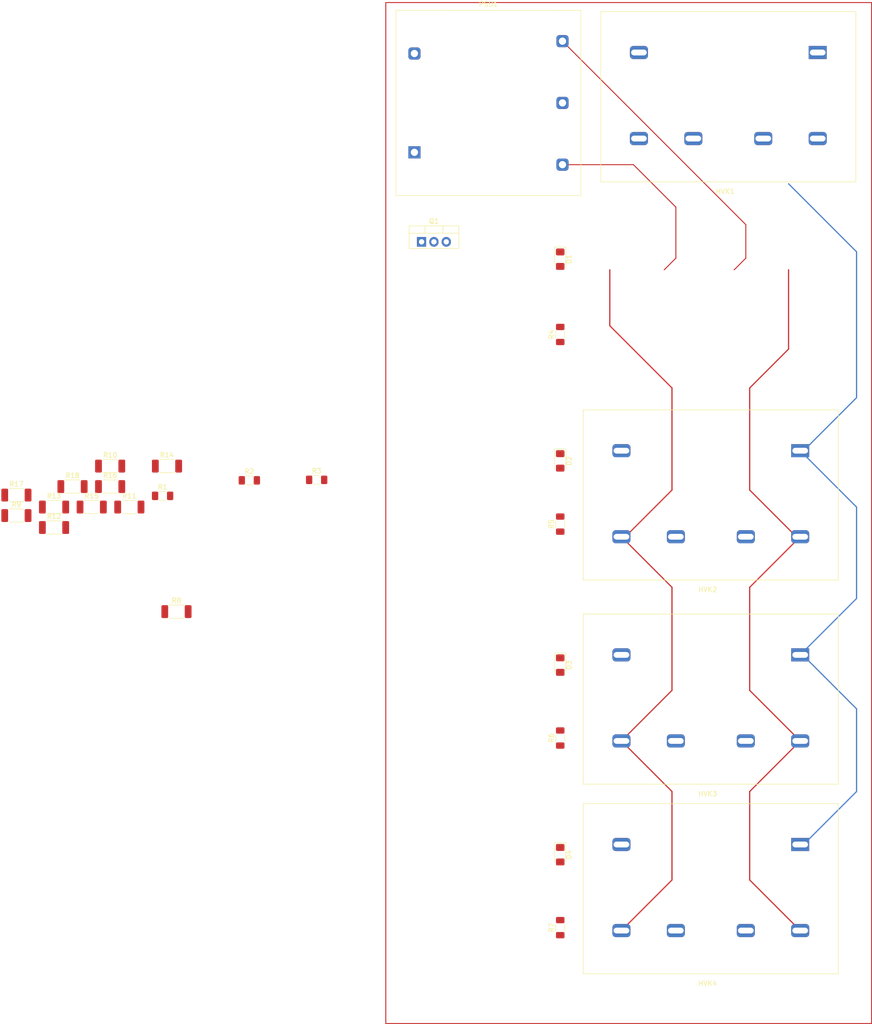
<source format=kicad_pcb>
(kicad_pcb (version 20211014) (generator pcbnew)
  (layers (0 "F.Cu" signal) (31 "B.Cu" signal) (34 "B.Paste" user) (35 "F.Paste" user) (36 "B.SilkS" user "B.Silkscreen") (37 "F.SilkS" user "F.Silkscreen") (38 "B.Mask" user) (39 "F.Mask" user) (44 "Edge.Cuts" user))
  (net 0 "")
  (net 1 "/HVK1")
  (net 2 "Net-(D1-Pad2)")
  (net 3 "/HVK2")
  (net 4 "Net-(D2-Pad2)")
  (net 5 "/HVK3")
  (net 6 "Net-(D3-Pad2)")
  (net 7 "/HVK4")
  (net 8 "Net-(D4-Pad2)")
  (net 9 "+12V")
  (net 10 "/HV ISOMON -VE")
  (net 11 "/HV PSU OP-")
  (net 12 "/HV PSU OP+")
  (net 13 "/HV ISOMON +VE")
  (net 14 "Net-(HVK2-Pad4)")
  (net 15 "Net-(HVK2-Pad6)")
  (net 16 "Net-(HVK3-Pad4)")
  (net 17 "Net-(HVK3-Pad6)")
  (net 18 "Net-(HVK4-Pad4)")
  (net 19 "Net-(HVK4-Pad6)")
  (net 20 "/HV PSU +Ve")
  (net 21 "GND")
  (net 22 "Net-(Q1-Pad1)")
  (net 23 "Net-(R1-Pad1)")
  (net 24 "/HV PSU")
  (net 25 "Net-(R8-Pad2)")
  (net 26 "Net-(R10-Pad1)")
  (net 27 "Net-(R10-Pad2)")
  (net 28 "Net-(R11-Pad2)")
  (net 29 "Net-(R12-Pad2)")
  (net 30 "Net-(R14-Pad2)")
  (net 31 "Net-(R15-Pad2)")
  (net 32 "Net-(R16-Pad2)")
  (net 33 "Net-(R17-Pad2)")
  (footprint "Resistor_SMD:R_1206_3216Metric_Pad1.30x1.75mm_HandSolder" (layer "F.Cu") (at 259 134 90)
    (fp_text reference "R5" (at 0 -1.82 90) (layer "F.SilkS"))
    (fp_text value "1k2")
    (fp_line (start -0.727064 -0.91) (end 0.727064 -0.91) (layer "F.SilkS") (width 0.12))
    (fp_line (start -0.727064 0.91) (end 0.727064 0.91) (layer "F.SilkS") (width 0.12))
    (pad "1" smd roundrect (at -1.55 0 90) (size 1.3 1.75) (layers "F.Cu" "F.Paste" "F.Mask") (roundrect_rratio 0.192308) (net 9 "+12V"))
    (pad "2" smd roundrect (at 1.55 0 90) (size 1.3 1.75) (layers "F.Cu" "F.Paste" "F.Mask") (roundrect_rratio 0.192308) (net 4 "Net-(D2-Pad2)"))
  )
  (footprint "Resistor_SMD:R_2010_5025Metric_Pad1.40x2.65mm_HandSolder" (layer "F.Cu") (at 158.6 126.28)
    (fp_text reference "R18" (at 0 -2.28) (layer "F.SilkS"))
    (fp_text value "1M")
    (fp_line (start -1.527064 1.36) (end 1.527064 1.36) (layer "F.SilkS") (width 0.12))
    (fp_line (start -1.527064 -1.36) (end 1.527064 -1.36) (layer "F.SilkS") (width 0.12))
    (pad "1" smd roundrect (at -2.4 0) (size 1.4 2.65) (layers "F.Cu" "F.Paste" "F.Mask") (roundrect_rratio 0.178571) (net 33 "Net-(R17-Pad2)"))
    (pad "2" smd roundrect (at 2.4 0) (size 1.4 2.65) (layers "F.Cu" "F.Paste" "F.Mask") (roundrect_rratio 0.178571) (net 29 "Net-(R12-Pad2)"))
  )
  (footprint "Diode_SMD:D_1206_3216Metric_Pad1.42x1.75mm_HandSolder" (layer "F.Cu") (at 259 121 -90)
    (fp_text reference "D2" (at 0 -1.82 90) (layer "F.SilkS"))
    (fp_text value "Red")
    (fp_line (start 1.6 -1.135) (end -2.46 -1.135) (layer "F.SilkS") (width 0.12))
    (fp_line (start -2.46 -1.135) (end -2.46 1.135) (layer "F.SilkS") (width 0.12))
    (fp_line (start -2.46 1.135) (end 1.6 1.135) (layer "F.SilkS") (width 0.12))
    (pad "1" smd roundrect (at -1.4875 0 270) (size 1.425 1.75) (layers "F.Cu" "F.Paste" "F.Mask") (roundrect_rratio 0.175439) (net 3 "/HVK2"))
    (pad "2" smd roundrect (at 1.4875 0 270) (size 1.425 1.75) (layers "F.Cu" "F.Paste" "F.Mask") (roundrect_rratio 0.175439) (net 4 "Net-(D2-Pad2)"))
  )
  (footprint "Connectors:G7L-2A-X_DC12" (layer "F.Cu") (at 308.4 160.9 180)
    (fp_text reference "HVK3" (at 19.05 -28.575) (layer "F.SilkS"))
    (fp_text value "G7L-2A-X_DC12")
    (fp_line (start -7.85 8.4) (end 44.65 8.4) (layer "F.SilkS") (width 0.12))
    (fp_line (start 44.65 -26.6) (end -7.85 -26.6) (layer "F.SilkS") (width 0.12))
    (fp_line (start -7.85 -26.6) (end -7.85 8.4) (layer "F.SilkS") (width 0.12))
    (fp_line (start 44.65 8.4) (end 44.65 -26.6) (layer "F.SilkS") (width 0.12))
    (pad "0" thru_hole rect (at 0 0 270) (size 2.7 3.7) (drill oval 1.2 3.2) (layers *.Cu *.Mask) (net 9 "+12V"))
    (pad "1" thru_hole roundrect (at 36.8 0 270) (size 2.7 3.7) (drill oval 1.2 3.2) (layers *.Cu *.Mask) (net 5 "/HVK3"))
    (pad "2" thru_hole roundrect (at 0 -17.7 270) (size 2.7 3.7) (drill oval 1.2 3.2) (layers *.Cu *.Mask) (net 10 "/HV ISOMON -VE"))
    (pad "4" thru_hole roundrect (at 11.2 -17.7 270) (size 2.7 3.7) (drill oval 1.2 3.2) (layers *.Cu *.Mask) (net 16 "Net-(HVK3-Pad4)"))
    (pad "6" thru_hole roundrect (at 25.6 -17.7 270) (size 2.7 3.7) (drill oval 1.2 3.2) (layers *.Cu *.Mask) (net 17 "Net-(HVK3-Pad6)"))
    (pad "8" thru_hole roundrect (at 36.8 -17.7 270) (size 2.7 3.7) (drill oval 1.2 3.2) (layers *.Cu *.Mask) (net 13 "/HV ISOMON +VE"))
  )
  (footprint "Package_TO_SOT_THT:TO-220-3_Vertical" (layer "F.Cu") (at 230.46 75.945)
    (fp_text reference "Q1" (at 2.54 -4.27) (layer "F.SilkS"))
    (fp_text value "TIP127")
    (fp_line (start -2.58 -3.27) (end -2.58 1.371) (layer "F.SilkS") (width 0.12))
    (fp_line (start 7.66 -3.27) (end 7.66 1.371) (layer "F.SilkS") (width 0.12))
    (fp_line (start 0.69 -3.27) (end 0.69 -1.76) (layer "F.SilkS") (width 0.12))
    (fp_line (start -2.58 1.371) (end 7.66 1.371) (layer "F.SilkS") (width 0.12))
    (fp_line (start -2.58 -1.76) (end 7.66 -1.76) (layer "F.SilkS") (width 0.12))
    (fp_line (start -2.58 -3.27) (end 7.66 -3.27) (layer "F.SilkS") (width 0.12))
    (fp_line (start 4.391 -3.27) (end 4.391 -1.76) (layer "F.SilkS") (width 0.12))
    (pad "1" thru_hole rect (at 0 0) (size 1.905 2) (drill 1.1) (layers *.Cu *.Mask) (net 22 "Net-(Q1-Pad1)"))
    (pad "2" thru_hole oval (at 2.54 0) (size 1.905 2) (drill 1.1) (layers *.Cu *.Mask) (net 9 "+12V"))
    (pad "3" thru_hole oval (at 5.08 0) (size 1.905 2) (drill 1.1) (layers *.Cu *.Mask) (net 20 "/HV PSU +Ve"))
  )
  (footprint "Resistor_SMD:R_1206_3216Metric_Pad1.30x1.75mm_HandSolder" (layer "F.Cu") (at 259 95 90)
    (fp_text reference "R4" (at 0 -1.82 90) (layer "F.SilkS"))
    (fp_text value "1k2")
    (fp_line (start -0.727064 0.91) (end 0.727064 0.91) (layer "F.SilkS") (width 0.12))
    (fp_line (start -0.727064 -0.91) (end 0.727064 -0.91) (layer "F.SilkS") (width 0.12))
    (pad "1" smd roundrect (at -1.55 0 90) (size 1.3 1.75) (layers "F.Cu" "F.Paste" "F.Mask") (roundrect_rratio 0.192308) (net 9 "+12V"))
    (pad "2" smd roundrect (at 1.55 0 90) (size 1.3 1.75) (layers "F.Cu" "F.Paste" "F.Mask") (roundrect_rratio 0.192308) (net 2 "Net-(D1-Pad2)"))
  )
  (footprint "Resistor_SMD:R_1206_3216Metric_Pad1.30x1.75mm_HandSolder" (layer "F.Cu") (at 259 217 90)
    (fp_text reference "R7" (at 0 -1.82 90) (layer "F.SilkS"))
    (fp_text value "1k2")
    (fp_line (start -0.727064 0.91) (end 0.727064 0.91) (layer "F.SilkS") (width 0.12))
    (fp_line (start -0.727064 -0.91) (end 0.727064 -0.91) (layer "F.SilkS") (width 0.12))
    (pad "1" smd roundrect (at -1.55 0 90) (size 1.3 1.75) (layers "F.Cu" "F.Paste" "F.Mask") (roundrect_rratio 0.192308) (net 9 "+12V"))
    (pad "2" smd roundrect (at 1.55 0 90) (size 1.3 1.75) (layers "F.Cu" "F.Paste" "F.Mask") (roundrect_rratio 0.192308) (net 8 "Net-(D4-Pad2)"))
  )
  (footprint "Resistor_SMD:R_2010_5025Metric_Pad1.40x2.65mm_HandSolder" (layer "F.Cu") (at 162.55 130.49)
    (fp_text reference "R15" (at 0 -2.28) (layer "F.SilkS"))
    (fp_text value "1M")
    (fp_line (start -1.527064 1.36) (end 1.527064 1.36) (layer "F.SilkS") (width 0.12))
    (fp_line (start -1.527064 -1.36) (end 1.527064 -1.36) (layer "F.SilkS") (width 0.12))
    (pad "1" smd roundrect (at -2.4 0) (size 1.4 2.65) (layers "F.Cu" "F.Paste" "F.Mask") (roundrect_rratio 0.178571) (net 30 "Net-(R14-Pad2)"))
    (pad "2" smd roundrect (at 2.4 0) (size 1.4 2.65) (layers "F.Cu" "F.Paste" "F.Mask") (roundrect_rratio 0.178571) (net 31 "Net-(R15-Pad2)"))
  )
  (footprint "Resistor_SMD:R_1206_3216Metric_Pad1.30x1.75mm_HandSolder" (layer "F.Cu") (at 195 125)
    (fp_text reference "R2" (at 0 -1.82) (layer "F.SilkS"))
    (fp_text value "470")
    (fp_line (start -0.727064 0.91) (end 0.727064 0.91) (layer "F.SilkS") (width 0.12))
    (fp_line (start -0.727064 -0.91) (end 0.727064 -0.91) (layer "F.SilkS") (width 0.12))
    (pad "1" smd roundrect (at -1.55 0) (size 1.3 1.75) (layers "F.Cu" "F.Paste" "F.Mask") (roundrect_rratio 0.192308) (net 23 "Net-(R1-Pad1)"))
    (pad "2" smd roundrect (at 1.55 0) (size 1.3 1.75) (layers "F.Cu" "F.Paste" "F.Mask") (roundrect_rratio 0.192308) (net 21 "GND"))
  )
  (footprint "Resistor_SMD:R_2010_5025Metric_Pad1.40x2.65mm_HandSolder" (layer "F.Cu") (at 170.3 130.49)
    (fp_text reference "R11" (at 0 -2.28) (layer "F.SilkS"))
    (fp_text value "1M")
    (fp_line (start -1.527064 -1.36) (end 1.527064 -1.36) (layer "F.SilkS") (width 0.12))
    (fp_line (start -1.527064 1.36) (end 1.527064 1.36) (layer "F.SilkS") (width 0.12))
    (pad "1" smd roundrect (at -2.4 0) (size 1.4 2.65) (layers "F.Cu" "F.Paste" "F.Mask") (roundrect_rratio 0.178571) (net 27 "Net-(R10-Pad2)"))
    (pad "2" smd roundrect (at 2.4 0) (size 1.4 2.65) (layers "F.Cu" "F.Paste" "F.Mask") (roundrect_rratio 0.178571) (net 28 "Net-(R11-Pad2)"))
  )
  (footprint "Connectors:DC-HVDC Converter G10" (layer "F.Cu") (at 228.981 57.531)
    (fp_text reference "PSU1" (at 15.24 -30.48) (layer "F.SilkS"))
    (fp_text value "DC-HVDC_G10")
    (fp_line (start -3.8 -29.22) (end -3.8 8.9) (layer "F.SilkS") (width 0.12))
    (fp_line (start -3.8 8.9) (end 34.28 8.89) (layer "F.SilkS") (width 0.12))
    (fp_line (start 34.28 8.89) (end 34.28 -29.21) (layer "F.SilkS") (width 0.12))
    (fp_line (start 34.28 -29.21) (end -3.8 -29.22) (layer "F.SilkS") (width 0.12))
    (pad "1" thru_hole rect (at 0 0 90) (size 2.5 2.5) (drill 1.5) (layers *.Cu *.Mask) (net 20 "/HV PSU +Ve"))
    (pad "2" thru_hole roundrect (at 0 -20.32 90) (size 2.5 2.5) (drill 1.5) (layers *.Cu *.Mask) (net 21 "GND"))
    (pad "3" thru_hole roundrect (at 30.48 2.54 90) (size 2.5 2.5) (drill 1.5) (layers *.Cu *.Mask) (net 12 "/HV PSU OP+"))
    (pad "4" thru_hole roundrect (at 30.48 -22.86 90) (size 2.5 2.5) (drill 1.5) (layers *.Cu *.Mask) (net 11 "/HV PSU OP-"))
    (pad "5" thru_hole roundrect (at 30.48 -10.16 90) (size 2.5 2.5) (drill 1.5) (layers *.Cu *.Mask) (net 21 "GND"))
  )
  (footprint "Resistor_SMD:R_1206_3216Metric_Pad1.30x1.75mm_HandSolder" (layer "F.Cu") (at 259 178 90)
    (fp_text reference "R6" (at 0 -1.82 90) (layer "F.SilkS"))
    (fp_text value "1k2")
    (fp_line (start -0.727064 0.91) (end 0.727064 0.91) (layer "F.SilkS") (width 0.12))
    (fp_line (start -0.727064 -0.91) (end 0.727064 -0.91) (layer "F.SilkS") (width 0.12))
    (pad "1" smd roundrect (at -1.55 0 90) (size 1.3 1.75) (layers "F.Cu" "F.Paste" "F.Mask") (roundrect_rratio 0.192308) (net 9 "+12V"))
    (pad "2" smd roundrect (at 1.55 0 90) (size 1.3 1.75) (layers "F.Cu" "F.Paste" "F.Mask") (roundrect_rratio 0.192308) (net 6 "Net-(D3-Pad2)"))
  )
  (footprint "Resistor_SMD:R_2010_5025Metric_Pad1.40x2.65mm_HandSolder" (layer "F.Cu") (at 178.05 122.07)
    (fp_text reference "R14" (at 0 -2.28) (layer "F.SilkS"))
    (fp_text value "1M")
    (fp_line (start -1.527064 -1.36) (end 1.527064 -1.36) (layer "F.SilkS") (width 0.12))
    (fp_line (start -1.527064 1.36) (end 1.527064 1.36) (layer "F.SilkS") (width 0.12))
    (pad "1" smd roundrect (at -2.4 0) (size 1.4 2.65) (layers "F.Cu" "F.Paste" "F.Mask") (roundrect_rratio 0.178571) (net 10 "/HV ISOMON -VE"))
    (pad "2" smd roundrect (at 2.4 0) (size 1.4 2.65) (layers "F.Cu" "F.Paste" "F.Mask") (roundrect_rratio 0.178571) (net 30 "Net-(R14-Pad2)"))
  )
  (footprint "Diode_SMD:D_1206_3216Metric_Pad1.42x1.75mm_HandSolder" (layer "F.Cu") (at 259 163 -90)
    (fp_text reference "D3" (at 0 -1.82 90) (layer "F.SilkS"))
    (fp_text value "Red")
    (fp_line (start -2.46 -1.135) (end -2.46 1.135) (layer "F.SilkS") (width 0.12))
    (fp_line (start -2.46 1.135) (end 1.6 1.135) (layer "F.SilkS") (width 0.12))
    (fp_line (start 1.6 -1.135) (end -2.46 -1.135) (layer "F.SilkS") (width 0.12))
    (pad "1" smd roundrect (at -1.4875 0 270) (size 1.425 1.75) (layers "F.Cu" "F.Paste" "F.Mask") (roundrect_rratio 0.175439) (net 5 "/HVK3"))
    (pad "2" smd roundrect (at 1.4875 0 270) (size 1.425 1.75) (layers "F.Cu" "F.Paste" "F.Mask") (roundrect_rratio 0.175439) (net 6 "Net-(D3-Pad2)"))
  )
  (footprint "Resistor_SMD:R_1206_3216Metric_Pad1.30x1.75mm_HandSolder" (layer "F.Cu") (at 177.15 128.19)
    (fp_text reference "R1" (at 0 -1.82) (layer "F.SilkS"))
    (fp_text value "470")
    (fp_line (start -0.727064 -0.91) (end 0.727064 -0.91) (layer "F.SilkS") (width 0.12))
    (fp_line (start -0.727064 0.91) (end 0.727064 0.91) (layer "F.SilkS") (width 0.12))
    (pad "1" smd roundrect (at -1.55 0) (size 1.3 1.75) (layers "F.Cu" "F.Paste" "F.Mask") (roundrect_rratio 0.192308) (net 23 "Net-(R1-Pad1)"))
    (pad "2" smd roundrect (at 1.55 0) (size 1.3 1.75) (layers "F.Cu" "F.Paste" "F.Mask") (roundrect_rratio 0.192308) (net 24 "/HV PSU"))
  )
  (footprint "Connectors:G7L-2A-X_DC12" (layer "F.Cu") (at 308.4 118.9 180)
    (fp_text reference "HVK2" (at 19.05 -28.575) (layer "F.SilkS"))
    (fp_text value "G7L-2A-X_DC12")
    (fp_line (start 44.65 8.4) (end 44.65 -26.6) (layer "F.SilkS") (width 0.12))
    (fp_line (start -7.85 -26.6) (end -7.85 8.4) (layer "F.SilkS") (width 0.12))
    (fp_line (start -7.85 8.4) (end 44.65 8.4) (layer "F.SilkS") (width 0.12))
    (fp_line (start 44.65 -26.6) (end -7.85 -26.6) (layer "F.SilkS") (width 0.12))
    (pad "0" thru_hole rect (at 0 0 270) (size 2.7 3.7) (drill oval 1.2 3.2) (layers *.Cu *.Mask) (net 9 "+12V"))
    (pad "1" thru_hole roundrect (at 36.8 0 270) (size 2.7 3.7) (drill oval 1.2 3.2) (layers *.Cu *.Mask) (net 3 "/HVK2"))
    (pad "2" thru_hole roundrect (at 0 -17.7 270) (size 2.7 3.7) (drill oval 1.2 3.2) (layers *.Cu *.Mask) (net 10 "/HV ISOMON -VE"))
    (pad "4" thru_hole roundrect (at 11.2 -17.7 270) (size 2.7 3.7) (drill oval 1.2 3.2) (layers *.Cu *.Mask) (net 14 "Net-(HVK2-Pad4)"))
    (pad "6" thru_hole roundrect (at 25.6 -17.7 270) (size 2.7 3.7) (drill oval 1.2 3.2) (layers *.Cu *.Mask) (net 15 "Net-(HVK2-Pad6)"))
    (pad "8" thru_hole roundrect (at 36.8 -17.7 270) (size 2.7 3.7) (drill oval 1.2 3.2) (layers *.Cu *.Mask) (net 13 "/HV ISOMON +VE"))
  )
  (footprint "Diode_SMD:D_1206_3216Metric_Pad1.42x1.75mm_HandSolder" (layer "F.Cu") (at 259 79.5125 -90)
    (fp_text reference "D1" (at 0 -1.82 90) (layer "F.SilkS"))
    (fp_text value "Red")
    (fp_line (start 1.6 -1.135) (end -2.46 -1.135) (layer "F.SilkS") (width 0.12))
    (fp_line (start -2.46 1.135) (end 1.6 1.135) (layer "F.SilkS") (width 0.12))
    (fp_line (start -2.46 -1.135) (end -2.46 1.135) (layer "F.SilkS") (width 0.12))
    (pad "1" smd roundrect (at -1.4875 0 270) (size 1.425 1.75) (layers "F.Cu" "F.Paste" "F.Mask") (roundrect_rratio 0.175439) (net 1 "/HVK1"))
    (pad "2" smd roundrect (at 1.4875 0 270) (size 1.425 1.75) (layers "F.Cu" "F.Paste" "F.Mask") (roundrect_rratio 0.175439) (net 2 "Net-(D1-Pad2)"))
  )
  (footprint "Resistor_SMD:R_2010_5025Metric_Pad1.40x2.65mm_HandSolder" (layer "F.Cu") (at 154.8 130.49)
    (fp_text reference "R13" (at 0 -2.28) (layer "F.SilkS"))
    (fp_text value "0")
    (fp_line (start -1.527064 -1.36) (end 1.527064 -1.36) (layer "F.SilkS") (width 0.12))
    (fp_line (start -1.527064 1.36) (end 1.527064 1.36) (layer "F.SilkS") (width 0.12))
    (pad "1" smd roundrect (at -2.4 0) (size 1.4 2.65) (layers "F.Cu" "F.Paste" "F.Mask") (roundrect_rratio 0.178571) (net 29 "Net-(R12-Pad2)"))
    (pad "2" smd roundrect (at 2.4 0) (size 1.4 2.65) (layers "F.Cu" "F.Paste" "F.Mask") (roundrect_rratio 0.178571) (net 21 "GND"))
  )
  (footprint "Resistor_SMD:R_2010_5025Metric_Pad1.40x2.65mm_HandSolder" (layer "F.Cu") (at 166.35 126.28)
    (fp_text reference "R16" (at 0 -2.28) (layer "F.SilkS"))
    (fp_text value "1M")
    (fp_line (start -1.527064 -1.36) (end 1.527064 -1.36) (layer "F.SilkS") (width 0.12))
    (fp_line (start -1.527064 1.36) (end 1.527064 1.36) (layer "F.SilkS") (width 0.12))
    (pad "1" smd roundrect (at -2.4 0) (size 1.4 2.65) (layers "F.Cu" "F.Paste" "F.Mask") (roundrect_rratio 0.178571) (net 31 "Net-(R15-Pad2)"))
    (pad "2" smd roundrect (at 2.4 0) (size 1.4 2.65) (layers "F.Cu" "F.Paste" "F.Mask") (roundrect_rratio 0.178571) (net 32 "Net-(R16-Pad2)"))
  )
  (footprint "Resistor_SMD:R_2010_5025Metric_Pad1.40x2.65mm_HandSolder" (layer "F.Cu") (at 166.35 122.07)
    (fp_text reference "R10" (at 0 -2.28) (layer "F.SilkS"))
    (fp_text value "1M")
    (fp_line (start -1.527064 1.36) (end 1.527064 1.36) (layer "F.SilkS") (width 0.12))
    (fp_line (start -1.527064 -1.36) (end 1.527064 -1.36) (layer "F.SilkS") (width 0.12))
    (pad "1" smd roundrect (at -2.4 0) (size 1.4 2.65) (layers "F.Cu" "F.Paste" "F.Mask") (roundrect_rratio 0.178571) (net 26 "Net-(R10-Pad1)"))
    (pad "2" smd roundrect (at 2.4 0) (size 1.4 2.65) (layers "F.Cu" "F.Paste" "F.Mask") (roundrect_rratio 0.178571) (net 27 "Net-(R10-Pad2)"))
  )
  (footprint "Connectors:G7L-2A-X_DC12" (layer "F.Cu") (at 312 37 180)
    (fp_text reference "HVK1" (at 19.05 -28.575) (layer "F.SilkS"))
    (fp_text value "G7L-2A-X_DC12")
    (fp_line (start 44.65 -26.6) (end -7.85 -26.6) (layer "F.SilkS") (width 0.12))
    (fp_line (start -7.85 -26.6) (end -7.85 8.4) (layer "F.SilkS") (width 0.12))
    (fp_line (start 44.65 8.4) (end 44.65 -26.6) (layer "F.SilkS") (width 0.12))
    (fp_line (start -7.85 8.4) (end 44.65 8.4) (layer "F.SilkS") (width 0.12))
    (pad "0" thru_hole rect (at 0 0 270) (size 2.7 3.7) (drill oval 1.2 3.2) (layers *.Cu *.Mask) (net 9 "+12V"))
    (pad "1" thru_hole roundrect (at 36.8 0 270) (size 2.7 3.7) (drill oval 1.2 3.2) (layers *.Cu *.Mask) (net 1 "/HVK1"))
    (pad "2" thru_hole roundrect (at 0 -17.7 270) (size 2.7 3.7) (drill oval 1.2 3.2) (layers *.Cu *.Mask) (net 10 "/HV ISOMON -VE"))
    (pad "4" thru_hole roundrect (at 11.2 -17.7 270) (size 2.7 3.7) (drill oval 1.2 3.2) (layers *.Cu *.Mask) (net 11 "/HV PSU OP-"))
    (pad "6" thru_hole roundrect (at 25.6 -17.7 270) (size 2.7 3.7) (drill oval 1.2 3.2) (layers *.Cu *.Mask) (net 12 "/HV PSU OP+"))
    (pad "8" thru_hole roundrect (at 36.8 -17.7 270) (size 2.7 3.7) (drill oval 1.2 3.2) (layers *.Cu *.Mask) (net 13 "/HV ISOMON +VE"))
  )
  (footprint "Resistor_SMD:R_2010_5025Metric_Pad1.40x2.65mm_HandSolder" (layer "F.Cu") (at 154.8 134.7)
    (fp_text reference "R12" (at 0 -2.28) (layer "F.SilkS"))
    (fp_text value "1M")
    (fp_line (start -1.527064 -1.36) (end 1.527064 -1.36) (layer "F.SilkS") (width 0.12))
    (fp_line (start -1.527064 1.36) (end 1.527064 1.36) (layer "F.SilkS") (width 0.12))
    (pad "1" smd roundrect (at -2.4 0) (size 1.4 2.65) (layers "F.Cu" "F.Paste" "F.Mask") (roundrect_rratio 0.178571) (net 28 "Net-(R11-Pad2)"))
    (pad "2" smd roundrect (at 2.4 0) (size 1.4 2.65) (layers "F.Cu" "F.Paste" "F.Mask") (roundrect_rratio 0.178571) (net 29 "Net-(R12-Pad2)"))
  )
  (footprint "Resistor_SMD:R_2010_5025Metric_Pad1.40x2.65mm_HandSolder" (layer "F.Cu") (at 147.05 132.24)
    (fp_text reference "R9" (at 0 -2.28) (layer "F.SilkS"))
    (fp_text value "1M")
    (fp_line (start -1.527064 -1.36) (end 1.527064 -1.36) (layer "F.SilkS") (width 0.12))
    (fp_line (start -1.527064 1.36) (end 1.527064 1.36) (layer "F.SilkS") (width 0.12))
    (pad "1" smd roundrect (at -2.4 0) (size 1.4 2.65) (layers "F.Cu" "F.Paste" "F.Mask") (roundrect_rratio 0.178571) (net 25 "Net-(R8-Pad2)"))
    (pad "2" smd roundrect (at 2.4 0) (size 1.4 2.65) (layers "F.Cu" "F.Paste" "F.Mask") (roundrect_rratio 0.178571) (net 26 "Net-(R10-Pad1)"))
  )
  (footprint "Diode_SMD:D_1206_3216Metric_Pad1.42x1.75mm_HandSolder" (layer "F.Cu") (at 259 202 -90)
    (fp_text reference "D4" (at 0 -1.82 90) (layer "F.SilkS"))
    (fp_text value "Red")
    (fp_line (start -2.46 -1.135) (end -2.46 1.135) (layer "F.SilkS") (width 0.12))
    (fp_line (start -2.46 1.135) (end 1.6 1.135) (layer "F.SilkS") (width 0.12))
    (fp_line (start 1.6 -1.135) (end -2.46 -1.135) (layer "F.SilkS") (width 0.12))
    (pad "1" smd roundrect (at -1.4875 0 270) (size 1.425 1.75) (layers "F.Cu" "F.Paste" "F.Mask") (roundrect_rratio 0.175439) (net 7 "/HVK4"))
    (pad "2" smd roundrect (at 1.4875 0 270) (size 1.425 1.75) (layers "F.Cu" "F.Paste" "F.Mask") (roundrect_rratio 0.175439) (net 8 "Net-(D4-Pad2)"))
  )
  (footprint "Resistor_SMD:R_1206_3216Metric_Pad1.30x1.75mm_HandSolder" (layer "F.Cu") (at 208.86 124.9)
    (fp_text reference "R3" (at 0 -1.82) (layer "F.SilkS"))
    (fp_text value "470")
    (fp_line (start -0.727064 -0.91) (end 0.727064 -0.91) (layer "F.SilkS") (width 0.12))
    (fp_line (start -0.727064 0.91) (end 0.727064 0.91) (layer "F.SilkS") (width 0.12))
    (pad "1" smd roundrect (at -1.55 0) (size 1.3 1.75) (layers "F.Cu" "F.Paste" "F.Mask") (roundrect_rratio 0.192308) (net 20 "/HV PSU +Ve"))
    (pad "2" smd roundrect (at 1.55 0) (size 1.3 1.75) (layers "F.Cu" "F.Paste" "F.Mask") (roundrect_rratio 0.192308) (net 21 "GND"))
  )
  (footprint "Resistor_SMD:R_2010_5025Metric_Pad1.40x2.65mm_HandSolder" (layer "F.Cu") (at 180 152)
    (fp_text reference "R8" (at 0 -2.28) (layer "F.SilkS"))
    (fp_text value "1M")
    (fp_line (start -1.527064 1.36) (end 1.527064 1.36) (layer "F.SilkS") (width 0.12))
    (fp_line (start -1.527064 -1.36) (end 1.527064 -1.36) (layer "F.SilkS") (width 0.12))
    (pad "1" smd roundrect (at -2.4 0) (size 1.4 2.65) (layers "F.Cu" "F.Paste" "F.Mask") (roundrect_rratio 0.178571) (net 13 "/HV ISOMON +VE"))
    (pad "2" smd roundrect (at 2.4 0) (size 1.4 2.65) (layers "F.Cu" "F.Paste" "F.Mask") (roundrect_rratio 0.178571) (net 25 "Net-(R8-Pad2)"))
  )
  (footprint "Resistor_SMD:R_2010_5025Metric_Pad1.40x2.65mm_HandSolder" (layer "F.Cu") (at 147.05 128.03)
    (fp_text reference "R17" (at 0 -2.28) (layer "F.SilkS"))
    (fp_text value "1M")
    (fp_line (start -1.527064 -1.36) (end 1.527064 -1.36) (layer "F.SilkS") (width 0.12))
    (fp_line (start -1.527064 1.36) (end 1.527064 1.36) (layer "F.SilkS") (width 0.12))
    (pad "1" smd roundrect (at -2.4 0) (size 1.4 2.65) (layers "F.Cu" "F.Paste" "F.Mask") (roundrect_rratio 0.178571) (net 32 "Net-(R16-Pad2)"))
    (pad "2" smd roundrect (at 2.4 0) (size 1.4 2.65) (layers "F.Cu" "F.Paste" "F.Mask") (roundrect_rratio 0.178571) (net 33 "Net-(R17-Pad2)"))
  )
  (footprint "Connectors:G7L-2A-X_DC12" (layer "F.Cu") (at 308.4 199.9 180)
    (fp_text reference "HVK4" (at 19.05 -28.575) (layer "F.SilkS"))
    (fp_text value "Connectors:G7L-2A-X_DC12")
    (fp_line (start -7.85 8.4) (end 44.65 8.4) (layer "F.SilkS") (width 0.12))
    (fp_line (start 44.65 8.4) (end 44.65 -26.6) (layer "F.SilkS") (width 0.12))
    (fp_line (start -7.85 -26.6) (end -7.85 8.4) (layer "F.SilkS") (width 0.12))
    (fp_line (start 44.65 -26.6) (end -7.85 -26.6) (layer "F.SilkS") (width 0.12))
    (pad "0" thru_hole rect (at 0 0 270) (size 2.7 3.7) (drill oval 1.2 3.2) (layers *.Cu *.Mask) (net 9 "+12V"))
    (pad "1" thru_hole roundrect (at 36.8 0 270) (size 2.7 3.7) (drill oval 1.2 3.2) (layers *.Cu *.Mask) (net 7 "/HVK4"))
    (pad "2" thru_hole roundrect (at 0 -17.7 270) (size 2.7 3.7) (drill oval 1.2 3.2) (layers *.Cu *.Mask) (net 10 "/HV ISOMON -VE"))
    (pad "4" thru_hole roundrect (at 11.2 -17.7 270) (size 2.7 3.7) (drill oval 1.2 3.2) (layers *.Cu *.Mask) (net 18 "Net-(HVK4-Pad4)"))
    (pad "6" thru_hole roundrect (at 25.6 -17.7 270) (size 2.7 3.7) (drill oval 1.2 3.2) (layers *.Cu *.Mask) (net 19 "Net-(HVK4-Pad6)"))
    (pad "8" thru_hole roundrect (at 36.8 -17.7 270) (size 2.7 3.7) (drill oval 1.2 3.2) (layers *.Cu *.Mask) (net 13 "/HV ISOMON +VE"))
  )
  (gr_rect (start 223.088 26.728) (end 323.088 236.728) (layer "F.Cu") (width 0.2) (fill none))
  (segment (start 320 149.3) (end 308.4 160.9) (width 0.25) (layer "B.Cu") (net 9))
  (segment (start 306 64) (end 320 78) (width 0.25) (layer "B.Cu") (net 9))
  (segment (start 320 130.5) (end 320 149.3) (width 0.25) (layer "B.Cu") (net 9))
  (segment (start 309.1 118.9) (end 308.4 118.9) (width 0.25) (layer "B.Cu") (net 9))
  (segment (start 308.4 160.9) (end 308.9 160.9) (width 0.25) (layer "B.Cu") (net 9))
  (segment (start 320 189) (end 309.1 199.9) (width 0.25) (layer "B.Cu") (net 9))
  (segment (start 320 78) (end 320 108) (width 0.25) (layer "B.Cu") (net 9))
  (segment (start 320 108) (end 309.1 118.9) (width 0.25) (layer "B.Cu") (net 9))
  (segment (start 308.9 160.9) (end 320 172) (width 0.25) (layer "B.Cu") (net 9))
  (segment (start 320 172) (end 320 189) (width 0.25) (layer "B.Cu") (net 9))
  (segment (start 309.1 199.9) (end 308.4 199.9) (width 0.25) (layer "B.Cu") (net 9))
  (segment (start 308.4 118.9) (end 320 130.5) (width 0.25) (layer "B.Cu") (net 9))
  (segment (start 307.6 136.6) (end 308.4 136.6) (width 0.25) (layer "F.Cu") (net 10))
  (segment (start 298 189) (end 308.4 178.6) (width 0.25) (layer "F.Cu") (net 10))
  (segment (start 298 127) (end 307.6 136.6) (width 0.25) (layer "F.Cu") (net 10))
  (segment (start 308.4 217.6) (end 298 207.2) (width 0.25) (layer "F.Cu") (net 10))
  (segment (start 298 147) (end 298 168.2) (width 0.25) (layer "F.Cu") (net 10))
  (segment (start 298 106) (end 298 127) (width 0.25) (layer "F.Cu") (net 10))
  (segment (start 298 168.2) (end 308.4 178.6) (width 0.25) (layer "F.Cu") (net 10))
  (segment (start 298 207.2) (end 298 189) (width 0.25) (layer "F.Cu") (net 10))
  (segment (start 306 81.7) (end 306 98) (width 0.25) (layer "F.Cu") (net 10))
  (segment (start 308.4 136.6) (end 298 147) (width 0.25) (layer "F.Cu") (net 10))
  (segment (start 306 98) (end 298 106) (width 0.25) (layer "F.Cu") (net 10))
  (segment (start 297.2 79.3) (end 294.8 81.7) (width 0.2) (layer "F.Cu") (net 11))
  (segment (start 259.461 34.671) (end 297.2 72.41) (width 0.2) (layer "F.Cu") (net 11))
  (segment (start 297.2 72.41) (end 297.2 79.3) (width 0.2) (layer "F.Cu") (net 11))
  (segment (start 282.8 79.3) (end 280.4 81.7) (width 0.2) (layer "F.Cu") (net 12))
  (segment (start 274.071 60.071) (end 282.8 68.8) (width 0.2) (layer "F.Cu") (net 12))
  (segment (start 282.8 68.8) (end 282.8 79.3) (width 0.2) (layer "F.Cu") (net 12))
  (segment (start 259.461 60.071) (end 274.071 60.071) (width 0.2) (layer "F.Cu") (net 12))
  (segment (start 271.6 178.6) (end 282 189) (width 0.25) (layer "F.Cu") (net 13))
  (segment (start 282 189) (end 282 207.2) (width 0.25) (layer "F.Cu") (net 13))
  (segment (start 282 106) (end 282 127) (width 0.25) (layer "F.Cu") (net 13))
  (segment (start 282 147) (end 271.6 136.6) (width 0.25) (layer "F.Cu") (net 13))
  (segment (start 271.6 178.6) (end 282 168.2) (width 0.25) (layer "F.Cu") (net 13))
  (segment (start 269.2 93.2) (end 282 106) (width 0.25) (layer "F.Cu") (net 13))
  (segment (start 269.2 81.7) (end 269.2 93.2) (width 0.25) (layer "F.Cu") (net 13))
  (segment (start 282 168.2) (end 282 147) (width 0.25) (layer "F.Cu") (net 13))
  (segment (start 282 207.2) (end 271.6 217.6) (width 0.25) (layer "F.Cu") (net 13))
  (segment (start 282 127) (end 272.4 136.6) (width 0.25) (layer "F.Cu") (net 13))
  (segment (start 272.4 136.6) (end 271.6 136.6) (width 0.25) (layer "F.Cu") (net 13))
)
</source>
